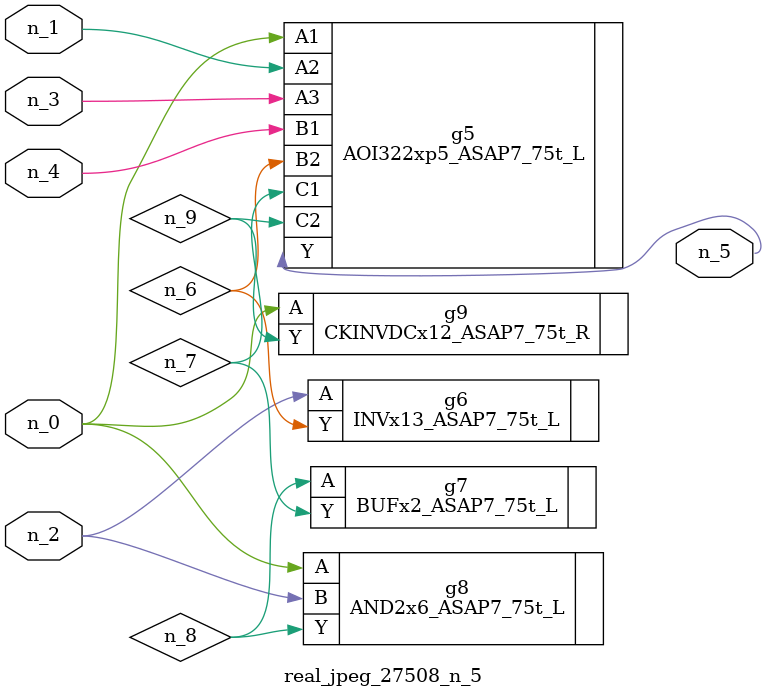
<source format=v>
module real_jpeg_27508_n_5 (n_4, n_0, n_1, n_2, n_3, n_5);

input n_4;
input n_0;
input n_1;
input n_2;
input n_3;

output n_5;

wire n_8;
wire n_6;
wire n_7;
wire n_9;

AOI322xp5_ASAP7_75t_L g5 ( 
.A1(n_0),
.A2(n_1),
.A3(n_3),
.B1(n_4),
.B2(n_6),
.C1(n_7),
.C2(n_9),
.Y(n_5)
);

AND2x6_ASAP7_75t_L g8 ( 
.A(n_0),
.B(n_2),
.Y(n_8)
);

CKINVDCx12_ASAP7_75t_R g9 ( 
.A(n_0),
.Y(n_9)
);

INVx13_ASAP7_75t_L g6 ( 
.A(n_2),
.Y(n_6)
);

BUFx2_ASAP7_75t_L g7 ( 
.A(n_8),
.Y(n_7)
);


endmodule
</source>
